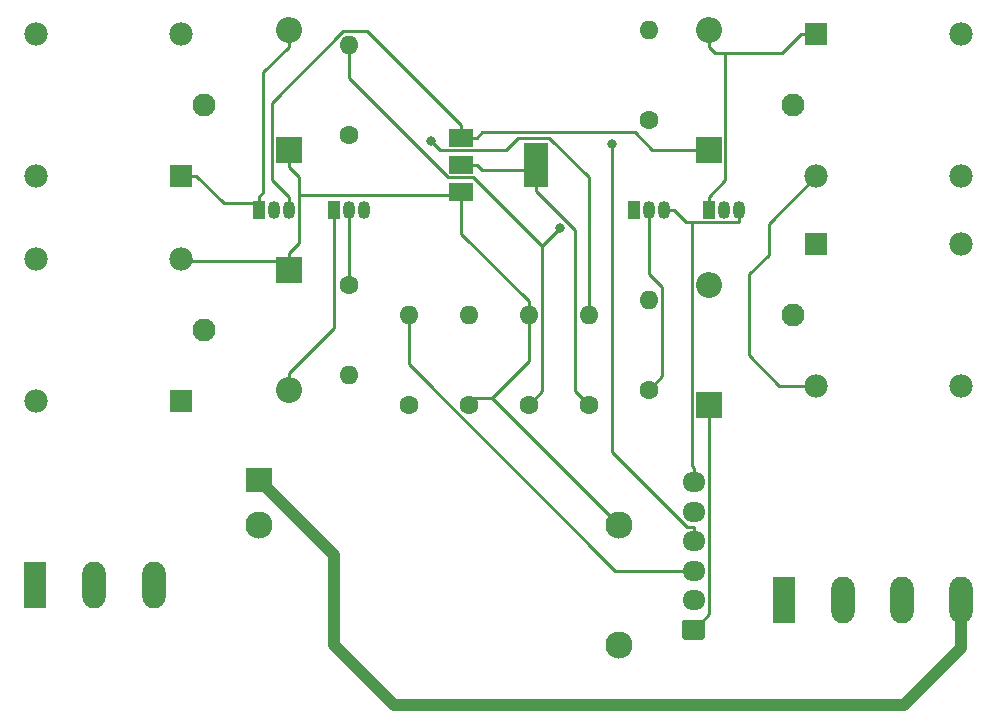
<source format=gbl>
%TF.GenerationSoftware,KiCad,Pcbnew,(5.1.10)-1*%
%TF.CreationDate,2021-10-30T21:12:42+05:30*%
%TF.ProjectId,esp12swithch board,65737031-3273-4776-9974-68636820626f,rev?*%
%TF.SameCoordinates,Original*%
%TF.FileFunction,Copper,L2,Bot*%
%TF.FilePolarity,Positive*%
%FSLAX46Y46*%
G04 Gerber Fmt 4.6, Leading zero omitted, Abs format (unit mm)*
G04 Created by KiCad (PCBNEW (5.1.10)-1) date 2021-10-30 21:12:42*
%MOMM*%
%LPD*%
G01*
G04 APERTURE LIST*
%TA.AperFunction,ComponentPad*%
%ADD10C,1.980000*%
%TD*%
%TA.AperFunction,ComponentPad*%
%ADD11C,1.935000*%
%TD*%
%TA.AperFunction,ComponentPad*%
%ADD12R,1.980000X1.980000*%
%TD*%
%TA.AperFunction,SMDPad,CuDef*%
%ADD13R,2.000000X1.500000*%
%TD*%
%TA.AperFunction,SMDPad,CuDef*%
%ADD14R,2.000000X3.800000*%
%TD*%
%TA.AperFunction,ComponentPad*%
%ADD15O,1.600000X1.600000*%
%TD*%
%TA.AperFunction,ComponentPad*%
%ADD16C,1.600000*%
%TD*%
%TA.AperFunction,ComponentPad*%
%ADD17R,1.050000X1.500000*%
%TD*%
%TA.AperFunction,ComponentPad*%
%ADD18O,1.050000X1.500000*%
%TD*%
%TA.AperFunction,ComponentPad*%
%ADD19C,2.300000*%
%TD*%
%TA.AperFunction,ComponentPad*%
%ADD20R,2.300000X2.000000*%
%TD*%
%TA.AperFunction,ComponentPad*%
%ADD21O,1.980000X3.960000*%
%TD*%
%TA.AperFunction,ComponentPad*%
%ADD22R,1.980000X3.960000*%
%TD*%
%TA.AperFunction,ComponentPad*%
%ADD23O,1.950000X1.700000*%
%TD*%
%TA.AperFunction,ComponentPad*%
%ADD24O,2.200000X2.200000*%
%TD*%
%TA.AperFunction,ComponentPad*%
%ADD25R,2.200000X2.200000*%
%TD*%
%TA.AperFunction,ViaPad*%
%ADD26C,0.800000*%
%TD*%
%TA.AperFunction,Conductor*%
%ADD27C,0.250000*%
%TD*%
%TA.AperFunction,Conductor*%
%ADD28C,1.000000*%
%TD*%
G04 APERTURE END LIST*
D10*
%TO.P,K3,NC*%
%TO.N,Net-(K3-PadNC)*%
X225810000Y-49880000D03*
%TO.P,K3,NO*%
%TO.N,Net-(J4-Pad2)*%
X225810000Y-61880000D03*
%TO.P,K3,A2*%
%TO.N,VCC*%
X213610000Y-61880000D03*
D11*
%TO.P,K3,COM*%
%TO.N,Net-(J1-Pad3)*%
X211610000Y-55880000D03*
D12*
%TO.P,K3,A1*%
%TO.N,Net-(D3-Pad2)*%
X213610000Y-49880000D03*
%TD*%
D10*
%TO.P,K4,NC*%
%TO.N,Net-(K4-PadNC)*%
X225810000Y-67660000D03*
%TO.P,K4,NO*%
%TO.N,Net-(J4-Pad3)*%
X225810000Y-79660000D03*
%TO.P,K4,A2*%
%TO.N,VCC*%
X213610000Y-79660000D03*
D11*
%TO.P,K4,COM*%
%TO.N,Net-(J1-Pad3)*%
X211610000Y-73660000D03*
D12*
%TO.P,K4,A1*%
%TO.N,Net-(D4-Pad2)*%
X213610000Y-67660000D03*
%TD*%
D10*
%TO.P,K2,NC*%
%TO.N,Net-(K2-PadNC)*%
X147570000Y-61880000D03*
%TO.P,K2,NO*%
%TO.N,Net-(J1-Pad2)*%
X147570000Y-49880000D03*
%TO.P,K2,A2*%
%TO.N,GND*%
X159770000Y-49880000D03*
D11*
%TO.P,K2,COM*%
%TO.N,Net-(J1-Pad3)*%
X161770000Y-55880000D03*
D12*
%TO.P,K2,A1*%
%TO.N,Net-(D2-Pad2)*%
X159770000Y-61880000D03*
%TD*%
D13*
%TO.P,U1,1*%
%TO.N,GND*%
X183540000Y-63260000D03*
%TO.P,U1,3*%
%TO.N,VCC*%
X183540000Y-58660000D03*
%TO.P,U1,2*%
%TO.N,Net-(R7-Pad1)*%
X183540000Y-60960000D03*
D14*
X189840000Y-60960000D03*
%TD*%
D15*
%TO.P,R8,2*%
%TO.N,GND*%
X189230000Y-73660000D03*
D16*
%TO.P,R8,1*%
%TO.N,Net-(R2-Pad2)*%
X189230000Y-81280000D03*
%TD*%
D15*
%TO.P,R7,2*%
%TO.N,Net-(R7-Pad2)*%
X194310000Y-73660000D03*
D16*
%TO.P,R7,1*%
%TO.N,Net-(R7-Pad1)*%
X194310000Y-81280000D03*
%TD*%
D15*
%TO.P,R6,2*%
%TO.N,Net-(R5-Pad1)*%
X184150000Y-73660000D03*
D16*
%TO.P,R6,1*%
%TO.N,GND*%
X184150000Y-81280000D03*
%TD*%
D15*
%TO.P,R5,2*%
%TO.N,Net-(J3-Pad3)*%
X179070000Y-73660000D03*
D16*
%TO.P,R5,1*%
%TO.N,Net-(R5-Pad1)*%
X179070000Y-81280000D03*
%TD*%
D15*
%TO.P,R4,2*%
%TO.N,Net-(R4-Pad2)*%
X199390000Y-72390000D03*
D16*
%TO.P,R4,1*%
%TO.N,Net-(Q4-Pad2)*%
X199390000Y-80010000D03*
%TD*%
D15*
%TO.P,R3,2*%
%TO.N,Net-(R3-Pad2)*%
X199390000Y-49530000D03*
D16*
%TO.P,R3,1*%
%TO.N,Net-(Q3-Pad2)*%
X199390000Y-57150000D03*
%TD*%
D15*
%TO.P,R2,2*%
%TO.N,Net-(R2-Pad2)*%
X173990000Y-50800000D03*
D16*
%TO.P,R2,1*%
%TO.N,Net-(Q2-Pad2)*%
X173990000Y-58420000D03*
%TD*%
D15*
%TO.P,R1,2*%
%TO.N,Net-(R1-Pad2)*%
X173990000Y-78740000D03*
D16*
%TO.P,R1,1*%
%TO.N,Net-(Q1-Pad2)*%
X173990000Y-71120000D03*
%TD*%
D17*
%TO.P,Q4,1*%
%TO.N,Net-(D4-Pad2)*%
X198120000Y-64770000D03*
D18*
%TO.P,Q4,3*%
%TO.N,GND*%
X200660000Y-64770000D03*
%TO.P,Q4,2*%
%TO.N,Net-(Q4-Pad2)*%
X199390000Y-64770000D03*
%TD*%
D17*
%TO.P,Q3,1*%
%TO.N,Net-(D3-Pad2)*%
X204470000Y-64770000D03*
D18*
%TO.P,Q3,3*%
%TO.N,GND*%
X207010000Y-64770000D03*
%TO.P,Q3,2*%
%TO.N,Net-(Q3-Pad2)*%
X205740000Y-64770000D03*
%TD*%
D17*
%TO.P,Q2,1*%
%TO.N,Net-(D2-Pad2)*%
X166370000Y-64770000D03*
D18*
%TO.P,Q2,3*%
%TO.N,VCC*%
X168910000Y-64770000D03*
%TO.P,Q2,2*%
%TO.N,Net-(Q2-Pad2)*%
X167640000Y-64770000D03*
%TD*%
D17*
%TO.P,Q1,1*%
%TO.N,Net-(D1-Pad2)*%
X172720000Y-64770000D03*
D18*
%TO.P,Q1,3*%
%TO.N,VCC*%
X175260000Y-64770000D03*
%TO.P,Q1,2*%
%TO.N,Net-(Q1-Pad2)*%
X173990000Y-64770000D03*
%TD*%
D19*
%TO.P,PS1,4*%
%TO.N,VCC*%
X196850000Y-101600000D03*
%TO.P,PS1,2*%
%TO.N,Net-(J1-Pad3)*%
X166370000Y-91440000D03*
D20*
%TO.P,PS1,1*%
%TO.N,Net-(J4-Pad4)*%
X166370000Y-87630000D03*
D19*
%TO.P,PS1,3*%
%TO.N,GND*%
X196850000Y-91440000D03*
%TD*%
D10*
%TO.P,K1,NC*%
%TO.N,Net-(K1-PadNC)*%
X147570000Y-80930000D03*
%TO.P,K1,NO*%
%TO.N,Net-(J1-Pad1)*%
X147570000Y-68930000D03*
%TO.P,K1,A2*%
%TO.N,GND*%
X159770000Y-68930000D03*
D11*
%TO.P,K1,COM*%
%TO.N,Net-(J1-Pad3)*%
X161770000Y-74930000D03*
D12*
%TO.P,K1,A1*%
%TO.N,Net-(D1-Pad2)*%
X159770000Y-80930000D03*
%TD*%
D21*
%TO.P,J4,3*%
%TO.N,Net-(J4-Pad3)*%
X220820000Y-97790000D03*
%TO.P,J4,4*%
%TO.N,Net-(J4-Pad4)*%
X225820000Y-97790000D03*
%TO.P,J4,2*%
%TO.N,Net-(J4-Pad2)*%
X215820000Y-97790000D03*
D22*
%TO.P,J4,1*%
%TO.N,Net-(J1-Pad3)*%
X210820000Y-97790000D03*
%TD*%
D23*
%TO.P,J3,6*%
%TO.N,GND*%
X203200000Y-87830000D03*
%TO.P,J3,5*%
%TO.N,Net-(J3-Pad5)*%
X203200000Y-90330000D03*
%TO.P,J3,4*%
%TO.N,Net-(J3-Pad4)*%
X203200000Y-92830000D03*
%TO.P,J3,3*%
%TO.N,Net-(J3-Pad3)*%
X203200000Y-95330000D03*
%TO.P,J3,2*%
%TO.N,Net-(J3-Pad2)*%
X203200000Y-97830000D03*
%TO.P,J3,1*%
%TO.N,VCC*%
%TA.AperFunction,ComponentPad*%
G36*
G01*
X203925000Y-101180000D02*
X202475000Y-101180000D01*
G75*
G02*
X202225000Y-100930000I0J250000D01*
G01*
X202225000Y-99730000D01*
G75*
G02*
X202475000Y-99480000I250000J0D01*
G01*
X203925000Y-99480000D01*
G75*
G02*
X204175000Y-99730000I0J-250000D01*
G01*
X204175000Y-100930000D01*
G75*
G02*
X203925000Y-101180000I-250000J0D01*
G01*
G37*
%TD.AperFunction*%
%TD*%
D21*
%TO.P,J1,3*%
%TO.N,Net-(J1-Pad3)*%
X157480000Y-96520000D03*
%TO.P,J1,2*%
%TO.N,Net-(J1-Pad2)*%
X152480000Y-96520000D03*
D22*
%TO.P,J1,1*%
%TO.N,Net-(J1-Pad1)*%
X147480000Y-96520000D03*
%TD*%
D24*
%TO.P,D4,2*%
%TO.N,Net-(D4-Pad2)*%
X204470000Y-71120000D03*
D25*
%TO.P,D4,1*%
%TO.N,VCC*%
X204470000Y-81280000D03*
%TD*%
D24*
%TO.P,D3,2*%
%TO.N,Net-(D3-Pad2)*%
X204470000Y-49530000D03*
D25*
%TO.P,D3,1*%
%TO.N,VCC*%
X204470000Y-59690000D03*
%TD*%
D24*
%TO.P,D2,2*%
%TO.N,Net-(D2-Pad2)*%
X168910000Y-49530000D03*
D25*
%TO.P,D2,1*%
%TO.N,GND*%
X168910000Y-59690000D03*
%TD*%
D24*
%TO.P,D1,2*%
%TO.N,Net-(D1-Pad2)*%
X168910000Y-80010000D03*
D25*
%TO.P,D1,1*%
%TO.N,GND*%
X168910000Y-69850000D03*
%TD*%
D26*
%TO.N,GND*%
X182880000Y-63500000D03*
%TO.N,Net-(J3-Pad4)*%
X196297000Y-59241000D03*
%TO.N,Net-(R2-Pad2)*%
X191927600Y-66334400D03*
%TO.N,Net-(R7-Pad2)*%
X180940400Y-58920000D03*
%TD*%
D27*
%TO.N,Net-(D1-Pad2)*%
X168910000Y-80010000D02*
X168910000Y-78584700D01*
X168910000Y-78584700D02*
X172720000Y-74774700D01*
X172720000Y-74774700D02*
X172720000Y-64770000D01*
%TO.N,GND*%
X189230000Y-73660000D02*
X189230000Y-72534700D01*
X183540000Y-63260000D02*
X183540000Y-66844700D01*
X183540000Y-66844700D02*
X189230000Y-72534700D01*
X186101500Y-80691500D02*
X184738500Y-80691500D01*
X184738500Y-80691500D02*
X184150000Y-81280000D01*
X196850000Y-91440000D02*
X186101500Y-80691500D01*
X189230000Y-73660000D02*
X189230000Y-77563000D01*
X189230000Y-77563000D02*
X186101500Y-80691500D01*
X207010000Y-64770000D02*
X207010000Y-65845300D01*
X203041600Y-65845400D02*
X202585700Y-65845400D01*
X202585700Y-65845400D02*
X201510300Y-64770000D01*
X207010000Y-65845300D02*
X203041700Y-65845300D01*
X203041700Y-65845300D02*
X203041600Y-65845400D01*
X203200000Y-86654700D02*
X203041600Y-86496300D01*
X203041600Y-86496300D02*
X203041600Y-65845400D01*
X200660000Y-64770000D02*
X201510300Y-64770000D01*
X203200000Y-87830000D02*
X203200000Y-86654700D01*
X168910000Y-69137300D02*
X159977300Y-69137300D01*
X159977300Y-69137300D02*
X159770000Y-68930000D01*
X168910000Y-69137300D02*
X168910000Y-68424700D01*
X168910000Y-69850000D02*
X168910000Y-69137300D01*
X169771000Y-63500000D02*
X182880000Y-63500000D01*
X168910000Y-61115300D02*
X169771000Y-61976300D01*
X169771000Y-61976300D02*
X169771000Y-63500000D01*
X169771000Y-63500000D02*
X169771000Y-67563700D01*
X169771000Y-67563700D02*
X168910000Y-68424700D01*
X183540000Y-63260000D02*
X183300000Y-63500000D01*
X183300000Y-63500000D02*
X182880000Y-63500000D01*
X168910000Y-59690000D02*
X168910000Y-61115300D01*
%TO.N,Net-(D2-Pad2)*%
X159770000Y-61880000D02*
X161085300Y-61880000D01*
X166370000Y-64232300D02*
X163437600Y-64232300D01*
X163437600Y-64232300D02*
X161085300Y-61880000D01*
X166370000Y-64232300D02*
X166370000Y-63694700D01*
X166370000Y-64770000D02*
X166370000Y-64232300D01*
X168910000Y-49530000D02*
X168910000Y-50955300D01*
X168910000Y-50955300D02*
X166789600Y-53075700D01*
X166789600Y-53075700D02*
X166789600Y-63275100D01*
X166789600Y-63275100D02*
X166370000Y-63694700D01*
%TO.N,Net-(D3-Pad2)*%
X205895300Y-51462600D02*
X210712100Y-51462600D01*
X210712100Y-51462600D02*
X212294700Y-49880000D01*
X204470000Y-50955300D02*
X204977300Y-51462600D01*
X204977300Y-51462600D02*
X205895300Y-51462600D01*
X204470000Y-63694700D02*
X205895300Y-62269400D01*
X205895300Y-62269400D02*
X205895300Y-51462600D01*
X213610000Y-49880000D02*
X212294700Y-49880000D01*
X204470000Y-49530000D02*
X204470000Y-50955300D01*
X204470000Y-64770000D02*
X204470000Y-63694700D01*
%TO.N,VCC*%
X183540000Y-58660000D02*
X184865300Y-58660000D01*
X204470000Y-59690000D02*
X199715500Y-59690000D01*
X199715500Y-59690000D02*
X198228400Y-58202900D01*
X198228400Y-58202900D02*
X185322400Y-58202900D01*
X185322400Y-58202900D02*
X184865300Y-58660000D01*
X183540000Y-58660000D02*
X183540000Y-57584700D01*
X168910000Y-64770000D02*
X168910000Y-63694700D01*
X168910000Y-63694700D02*
X167484600Y-62269300D01*
X167484600Y-62269300D02*
X167484600Y-55694800D01*
X167484600Y-55694800D02*
X173553200Y-49626200D01*
X173553200Y-49626200D02*
X175581500Y-49626200D01*
X175581500Y-49626200D02*
X183540000Y-57584700D01*
X204470000Y-81280000D02*
X204470000Y-82705300D01*
X204470000Y-82705300D02*
X204524600Y-82759900D01*
X204524600Y-82759900D02*
X204524600Y-99005400D01*
X204524600Y-99005400D02*
X203200000Y-100330000D01*
X209550000Y-65940000D02*
X213610000Y-61880000D01*
X209550000Y-68580000D02*
X209550000Y-65940000D01*
X207904991Y-70225009D02*
X209550000Y-68580000D01*
X207904991Y-77094991D02*
X207904991Y-70225009D01*
X210470000Y-79660000D02*
X207904991Y-77094991D01*
X213610000Y-79660000D02*
X210470000Y-79660000D01*
%TO.N,Net-(J3-Pad4)*%
X203200000Y-92830000D02*
X203200000Y-91654700D01*
X203200000Y-91654700D02*
X202685800Y-91654700D01*
X202685800Y-91654700D02*
X196297000Y-85265900D01*
X196297000Y-85265900D02*
X196297000Y-59241000D01*
%TO.N,Net-(J3-Pad3)*%
X203200000Y-95330000D02*
X196557300Y-95330000D01*
X196557300Y-95330000D02*
X179070000Y-77842700D01*
X179070000Y-77842700D02*
X179070000Y-73660000D01*
%TO.N,Net-(Q1-Pad2)*%
X173990000Y-64770000D02*
X173990000Y-71120000D01*
%TO.N,Net-(Q4-Pad2)*%
X199390000Y-64770000D02*
X199390000Y-70182200D01*
X199390000Y-70182200D02*
X200517900Y-71310100D01*
X200517900Y-71310100D02*
X200517900Y-78882100D01*
X200517900Y-78882100D02*
X199390000Y-80010000D01*
%TO.N,Net-(R2-Pad2)*%
X190387100Y-67874900D02*
X190387100Y-80122900D01*
X190387100Y-80122900D02*
X189230000Y-81280000D01*
X173990000Y-50800000D02*
X173990000Y-53624900D01*
X173990000Y-53624900D02*
X182400500Y-62035400D01*
X182400500Y-62035400D02*
X184547600Y-62035400D01*
X184547600Y-62035400D02*
X190387100Y-67874900D01*
X191927600Y-66334400D02*
X190387100Y-67874900D01*
%TO.N,Net-(R7-Pad2)*%
X194310000Y-72534700D02*
X194310000Y-61999200D01*
X194310000Y-61999200D02*
X191000300Y-58689500D01*
X191000300Y-58689500D02*
X188377900Y-58689500D01*
X188377900Y-58689500D02*
X187332000Y-59735400D01*
X187332000Y-59735400D02*
X181755800Y-59735400D01*
X181755800Y-59735400D02*
X180940400Y-58920000D01*
X194310000Y-73660000D02*
X194310000Y-72534700D01*
%TO.N,Net-(R7-Pad1)*%
X183540000Y-60960000D02*
X184865300Y-60960000D01*
X189840000Y-61385100D02*
X185290400Y-61385100D01*
X185290400Y-61385100D02*
X184865300Y-60960000D01*
X189840000Y-61385100D02*
X189840000Y-63185300D01*
X189840000Y-60960000D02*
X189840000Y-61385100D01*
X194310000Y-81280000D02*
X193162200Y-80132200D01*
X193162200Y-80132200D02*
X193162200Y-66507500D01*
X193162200Y-66507500D02*
X189840000Y-63185300D01*
D28*
%TO.N,Net-(J4-Pad4)*%
X225820000Y-97790000D02*
X225820000Y-101840000D01*
X225820000Y-101840000D02*
X220980000Y-106680000D01*
X220980000Y-106680000D02*
X177800000Y-106680000D01*
X177800000Y-106680000D02*
X172720000Y-101600000D01*
X172720000Y-101600000D02*
X172720000Y-93980000D01*
X172720000Y-93980000D02*
X166370000Y-87630000D01*
%TD*%
M02*

</source>
